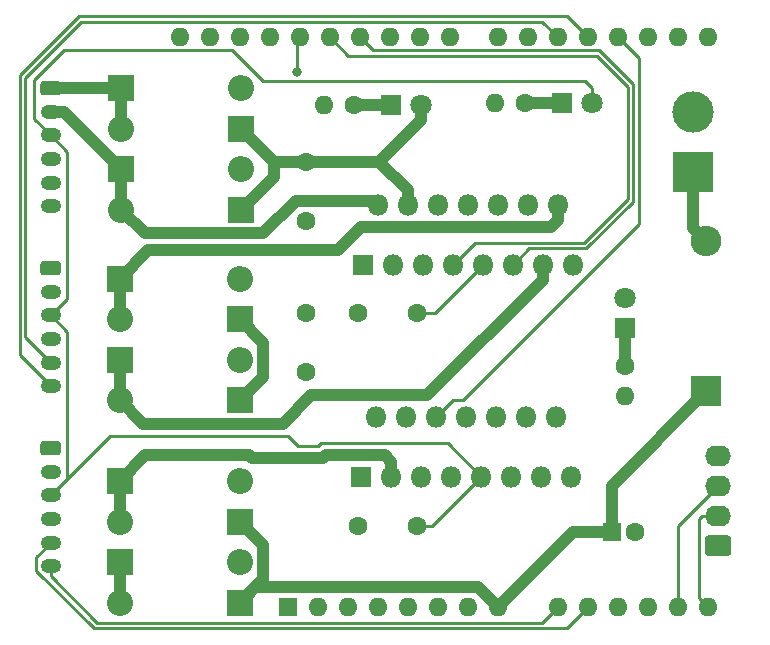
<source format=gbr>
G04 #@! TF.GenerationSoftware,KiCad,Pcbnew,5.1.6+dfsg1-1*
G04 #@! TF.CreationDate,2021-02-24T22:01:50+01:00*
G04 #@! TF.ProjectId,motor-control,6d6f746f-722d-4636-9f6e-74726f6c2e6b,rev?*
G04 #@! TF.SameCoordinates,Original*
G04 #@! TF.FileFunction,Copper,L1,Top*
G04 #@! TF.FilePolarity,Positive*
%FSLAX46Y46*%
G04 Gerber Fmt 4.6, Leading zero omitted, Abs format (unit mm)*
G04 Created by KiCad (PCBNEW 5.1.6+dfsg1-1) date 2021-02-24 22:01:50*
%MOMM*%
%LPD*%
G01*
G04 APERTURE LIST*
G04 #@! TA.AperFunction,ComponentPad*
%ADD10O,2.200000X2.200000*%
G04 #@! TD*
G04 #@! TA.AperFunction,ComponentPad*
%ADD11R,2.200000X2.200000*%
G04 #@! TD*
G04 #@! TA.AperFunction,ComponentPad*
%ADD12O,1.600000X1.600000*%
G04 #@! TD*
G04 #@! TA.AperFunction,ComponentPad*
%ADD13R,1.600000X1.600000*%
G04 #@! TD*
G04 #@! TA.AperFunction,ComponentPad*
%ADD14C,1.600000*%
G04 #@! TD*
G04 #@! TA.AperFunction,ComponentPad*
%ADD15R,2.600000X2.600000*%
G04 #@! TD*
G04 #@! TA.AperFunction,ComponentPad*
%ADD16O,2.600000X2.600000*%
G04 #@! TD*
G04 #@! TA.AperFunction,ComponentPad*
%ADD17R,1.800000X1.800000*%
G04 #@! TD*
G04 #@! TA.AperFunction,ComponentPad*
%ADD18C,1.800000*%
G04 #@! TD*
G04 #@! TA.AperFunction,ComponentPad*
%ADD19R,3.500120X3.500120*%
G04 #@! TD*
G04 #@! TA.AperFunction,ComponentPad*
%ADD20C,3.500120*%
G04 #@! TD*
G04 #@! TA.AperFunction,ComponentPad*
%ADD21O,2.200000X1.740000*%
G04 #@! TD*
G04 #@! TA.AperFunction,ComponentPad*
%ADD22O,1.750000X1.200000*%
G04 #@! TD*
G04 #@! TA.AperFunction,ComponentPad*
%ADD23O,1.800000X1.800000*%
G04 #@! TD*
G04 #@! TA.AperFunction,ViaPad*
%ADD24C,0.800000*%
G04 #@! TD*
G04 #@! TA.AperFunction,Conductor*
%ADD25C,0.250000*%
G04 #@! TD*
G04 #@! TA.AperFunction,Conductor*
%ADD26C,1.000000*%
G04 #@! TD*
G04 APERTURE END LIST*
D10*
X179959000Y-58039000D03*
D11*
X190119000Y-58039000D03*
D12*
X184916000Y-50292000D03*
X187456000Y-50292000D03*
D13*
X194056000Y-98552000D03*
D12*
X224536000Y-50292000D03*
X196596000Y-98552000D03*
X221996000Y-50292000D03*
X199136000Y-98552000D03*
X219456000Y-50292000D03*
X201676000Y-98552000D03*
X216916000Y-50292000D03*
X204216000Y-98552000D03*
X214376000Y-50292000D03*
X206756000Y-98552000D03*
X211836000Y-50292000D03*
X209296000Y-98552000D03*
X207776000Y-50292000D03*
X211836000Y-98552000D03*
X205236000Y-50292000D03*
X216916000Y-98552000D03*
X202696000Y-50292000D03*
X219456000Y-98552000D03*
X200156000Y-50292000D03*
X221996000Y-98552000D03*
X197616000Y-50292000D03*
X224536000Y-98552000D03*
X195076000Y-50292000D03*
X227076000Y-98552000D03*
X192536000Y-50292000D03*
X229616000Y-98552000D03*
X189996000Y-50292000D03*
X229616000Y-50292000D03*
X227076000Y-50292000D03*
D13*
X221488000Y-92202000D03*
D14*
X223488000Y-92202000D03*
X195580000Y-73613000D03*
X195580000Y-78613000D03*
X195580000Y-65833000D03*
X195580000Y-60833000D03*
X204978000Y-91694000D03*
X199978000Y-91694000D03*
X204978000Y-73660000D03*
X199978000Y-73660000D03*
D15*
X229489000Y-80264000D03*
D16*
X229489000Y-67564000D03*
D17*
X222631000Y-74930000D03*
D18*
X222631000Y-72390000D03*
X205359000Y-56007000D03*
D17*
X202819000Y-56007000D03*
X217297000Y-55880000D03*
D18*
X219837000Y-55880000D03*
D19*
X228346000Y-61722000D03*
D20*
X228346000Y-56642000D03*
G04 #@! TA.AperFunction,ComponentPad*
G36*
G01*
X231355001Y-94215000D02*
X229654999Y-94215000D01*
G75*
G02*
X229405000Y-93965001I0J249999D01*
G01*
X229405000Y-92724999D01*
G75*
G02*
X229654999Y-92475000I249999J0D01*
G01*
X231355001Y-92475000D01*
G75*
G02*
X231605000Y-92724999I0J-249999D01*
G01*
X231605000Y-93965001D01*
G75*
G02*
X231355001Y-94215000I-249999J0D01*
G01*
G37*
G04 #@! TD.AperFunction*
D21*
X230505000Y-90805000D03*
X230505000Y-88265000D03*
X230505000Y-85725000D03*
G04 #@! TA.AperFunction,ComponentPad*
G36*
G01*
X173364999Y-54010000D02*
X174615001Y-54010000D01*
G75*
G02*
X174865000Y-54259999I0J-249999D01*
G01*
X174865000Y-54960001D01*
G75*
G02*
X174615001Y-55210000I-249999J0D01*
G01*
X173364999Y-55210000D01*
G75*
G02*
X173115000Y-54960001I0J249999D01*
G01*
X173115000Y-54259999D01*
G75*
G02*
X173364999Y-54010000I249999J0D01*
G01*
G37*
G04 #@! TD.AperFunction*
D22*
X173990000Y-56610000D03*
X173990000Y-58610000D03*
X173990000Y-60610000D03*
X173990000Y-62610000D03*
X173990000Y-64610000D03*
X173990000Y-79850000D03*
X173990000Y-77850000D03*
X173990000Y-75850000D03*
X173990000Y-73850000D03*
X173990000Y-71850000D03*
G04 #@! TA.AperFunction,ComponentPad*
G36*
G01*
X173364999Y-69250000D02*
X174615001Y-69250000D01*
G75*
G02*
X174865000Y-69499999I0J-249999D01*
G01*
X174865000Y-70200001D01*
G75*
G02*
X174615001Y-70450000I-249999J0D01*
G01*
X173364999Y-70450000D01*
G75*
G02*
X173115000Y-70200001I0J249999D01*
G01*
X173115000Y-69499999D01*
G75*
G02*
X173364999Y-69250000I249999J0D01*
G01*
G37*
G04 #@! TD.AperFunction*
G04 #@! TA.AperFunction,ComponentPad*
G36*
G01*
X173364999Y-84490000D02*
X174615001Y-84490000D01*
G75*
G02*
X174865000Y-84739999I0J-249999D01*
G01*
X174865000Y-85440001D01*
G75*
G02*
X174615001Y-85690000I-249999J0D01*
G01*
X173364999Y-85690000D01*
G75*
G02*
X173115000Y-85440001I0J249999D01*
G01*
X173115000Y-84739999D01*
G75*
G02*
X173364999Y-84490000I249999J0D01*
G01*
G37*
G04 #@! TD.AperFunction*
X173990000Y-87090000D03*
X173990000Y-89090000D03*
X173990000Y-91090000D03*
X173990000Y-93090000D03*
X173990000Y-95090000D03*
D17*
X200406000Y-69596000D03*
D23*
X201676000Y-64516000D03*
X202946000Y-69596000D03*
X204216000Y-64516000D03*
X205486000Y-69596000D03*
X206756000Y-64516000D03*
X208026000Y-69596000D03*
X209296000Y-64516000D03*
X210566000Y-69596000D03*
X211836000Y-64516000D03*
X213106000Y-69596000D03*
X214376000Y-64516000D03*
X215646000Y-69596000D03*
X216916000Y-64516000D03*
X218186000Y-69596000D03*
X218059000Y-87503000D03*
X216789000Y-82423000D03*
X215519000Y-87503000D03*
X214249000Y-82423000D03*
X212979000Y-87503000D03*
X211709000Y-82423000D03*
X210439000Y-87503000D03*
X209169000Y-82423000D03*
X207899000Y-87503000D03*
X206629000Y-82423000D03*
X205359000Y-87503000D03*
X204089000Y-82423000D03*
X202819000Y-87503000D03*
X201549000Y-82423000D03*
D17*
X200279000Y-87503000D03*
D11*
X190119000Y-64897000D03*
D10*
X179959000Y-64897000D03*
X190119000Y-61468000D03*
D11*
X179959000Y-61468000D03*
D10*
X179832000Y-98171000D03*
D11*
X189992000Y-98171000D03*
D10*
X189992000Y-94742000D03*
D11*
X179832000Y-94742000D03*
X179959000Y-54610000D03*
D10*
X190119000Y-54610000D03*
D11*
X189992000Y-91313000D03*
D10*
X179832000Y-91313000D03*
D11*
X179832000Y-87884000D03*
D10*
X189992000Y-87884000D03*
D11*
X189992000Y-81026000D03*
D10*
X179832000Y-81026000D03*
X189992000Y-77597000D03*
D11*
X179832000Y-77597000D03*
X189992000Y-74168000D03*
D10*
X179832000Y-74168000D03*
D11*
X179832000Y-70739000D03*
D10*
X189992000Y-70739000D03*
D14*
X222631000Y-78105000D03*
D12*
X222631000Y-80645000D03*
X197104000Y-56007000D03*
D14*
X199644000Y-56007000D03*
X214122000Y-55880000D03*
D12*
X211582000Y-55880000D03*
D24*
X194818000Y-53213000D03*
D25*
X228879990Y-97815990D02*
X229616000Y-98552000D01*
X228879990Y-91080010D02*
X228879990Y-97815990D01*
X229155000Y-90805000D02*
X228879990Y-91080010D01*
X230505000Y-90805000D02*
X229155000Y-90805000D01*
X227076000Y-91694000D02*
X227076000Y-98552000D01*
X230505000Y-88265000D02*
X227076000Y-91694000D01*
X194818000Y-50550000D02*
X195076000Y-50292000D01*
X194818000Y-53213000D02*
X194818000Y-50550000D01*
X199191011Y-51867011D02*
X197616000Y-50292000D01*
X220267601Y-51867011D02*
X199191011Y-51867011D01*
X222873980Y-64019020D02*
X222873980Y-54473390D01*
X222873980Y-54473390D02*
X220267601Y-51867011D01*
X219172011Y-67720989D02*
X222873980Y-64019020D01*
X209901011Y-67720989D02*
X219172011Y-67720989D01*
X208026000Y-69596000D02*
X209901011Y-67720989D01*
X206502000Y-73660000D02*
X204978000Y-73660000D01*
X210566000Y-69596000D02*
X206502000Y-73660000D01*
X206248000Y-91694000D02*
X210439000Y-87503000D01*
X204978000Y-91694000D02*
X206248000Y-91694000D01*
X175411344Y-72428656D02*
X173990000Y-73850000D01*
X175411344Y-60031344D02*
X175411344Y-72428656D01*
X173990000Y-58610000D02*
X175411344Y-60031344D01*
X175390010Y-75250010D02*
X173990000Y-73850000D01*
X175390010Y-87689990D02*
X175390010Y-75250010D01*
X173990000Y-89090000D02*
X175390010Y-87689990D01*
X173990000Y-89090000D02*
X179028989Y-84051011D01*
X194943999Y-84938001D02*
X196620999Y-84938001D01*
X194057009Y-84051011D02*
X194943999Y-84938001D01*
X179028989Y-84051011D02*
X194057009Y-84051011D01*
X207613990Y-84677990D02*
X210439000Y-87503000D01*
X196881010Y-84677990D02*
X207613990Y-84677990D01*
X196620999Y-84938001D02*
X196881010Y-84677990D01*
X172589990Y-57209990D02*
X173990000Y-58610000D01*
X172589990Y-53938978D02*
X172589990Y-57209990D01*
X175111967Y-51417001D02*
X172589990Y-53938978D01*
X189331003Y-51417001D02*
X175111967Y-51417001D01*
X191958012Y-54044010D02*
X189331003Y-51417001D01*
X219273802Y-54044010D02*
X191958012Y-54044010D01*
X219837000Y-54607208D02*
X219273802Y-54044010D01*
X219837000Y-55880000D02*
X219837000Y-54607208D01*
D26*
X191992001Y-76168001D02*
X189992000Y-74168000D01*
X191992001Y-79025999D02*
X191992001Y-76168001D01*
X189992000Y-81026000D02*
X191992001Y-79025999D01*
X191992001Y-93313001D02*
X189992000Y-91313000D01*
X191992001Y-96170999D02*
X191992001Y-93313001D01*
X189992000Y-98171000D02*
X191992001Y-96170999D01*
X190395001Y-80622999D02*
X189992000Y-81026000D01*
X201805792Y-60833000D02*
X195580000Y-60833000D01*
X204216000Y-63243208D02*
X201805792Y-60833000D01*
X192913000Y-60833000D02*
X190119000Y-58039000D01*
X195580000Y-60833000D02*
X192913000Y-60833000D01*
X192913000Y-62103000D02*
X192913000Y-60833000D01*
X190119000Y-64897000D02*
X192913000Y-62103000D01*
X211836000Y-98552000D02*
X211812002Y-98552000D01*
X218186000Y-92202000D02*
X221488000Y-92202000D01*
X211836000Y-98552000D02*
X218186000Y-92202000D01*
X221488000Y-88265000D02*
X229489000Y-80264000D01*
X221488000Y-92202000D02*
X221488000Y-88265000D01*
X191311001Y-96851999D02*
X189992000Y-98171000D01*
X210135999Y-96851999D02*
X191311001Y-96851999D01*
X211836000Y-98552000D02*
X210135999Y-96851999D01*
X204216000Y-63243208D02*
X204216000Y-64516000D01*
X205359000Y-57279792D02*
X201805792Y-60833000D01*
X205359000Y-56007000D02*
X205359000Y-57279792D01*
D25*
X176398601Y-48516988D02*
X217680989Y-48516989D01*
X173990000Y-79850000D02*
X171380989Y-77240989D01*
X171380989Y-77240989D02*
X171380989Y-53534600D01*
X171380989Y-53534600D02*
X176398601Y-48516988D01*
X217680989Y-48516989D02*
X219456000Y-50292000D01*
X215590999Y-48966999D02*
X216916000Y-50292000D01*
X171831000Y-53721000D02*
X176585001Y-48966999D01*
X171831000Y-75691000D02*
X171831000Y-53721000D01*
X173990000Y-77850000D02*
X171831000Y-75691000D01*
X176585001Y-48966999D02*
X215590999Y-48966999D01*
X215590999Y-99877001D02*
X216916000Y-98552000D01*
X177927001Y-99877001D02*
X215590999Y-99877001D01*
X173990000Y-95940000D02*
X177927001Y-99877001D01*
X173990000Y-95090000D02*
X173990000Y-95940000D01*
X217680989Y-100327011D02*
X219456000Y-98552000D01*
X177643850Y-100327011D02*
X217680989Y-100327011D01*
X172789990Y-95473151D02*
X177643850Y-100327011D01*
X172789990Y-94290010D02*
X172789990Y-95473151D01*
X173990000Y-93090000D02*
X172789990Y-94290010D01*
D26*
X228346000Y-66421000D02*
X229489000Y-67564000D01*
X228346000Y-61722000D02*
X228346000Y-66421000D01*
X222631000Y-74930000D02*
X222631000Y-78105000D01*
X202819000Y-56007000D02*
X199644000Y-56007000D01*
X217297000Y-55880000D02*
X214122000Y-55880000D01*
D25*
X223774000Y-52070000D02*
X221996000Y-50292000D01*
X223774000Y-66117002D02*
X223774000Y-52070000D01*
X208893003Y-80997999D02*
X223774000Y-66117002D01*
X208054001Y-80997999D02*
X208893003Y-80997999D01*
X206629000Y-82423000D02*
X208054001Y-80997999D01*
X201281001Y-51417001D02*
X200156000Y-50292000D01*
X220454001Y-51417001D02*
X201281001Y-51417001D01*
X223323990Y-54286990D02*
X220454001Y-51417001D01*
X223323990Y-64205420D02*
X223323990Y-54286990D01*
X214531001Y-68170999D02*
X219358411Y-68170999D01*
X219358411Y-68170999D02*
X223323990Y-64205420D01*
X213106000Y-69596000D02*
X214531001Y-68170999D01*
D26*
X179959000Y-64897000D02*
X179959000Y-61468000D01*
X179959000Y-64897000D02*
X181959001Y-66897001D01*
X175101000Y-56610000D02*
X173990000Y-56610000D01*
X179959000Y-61468000D02*
X175101000Y-56610000D01*
X194763999Y-64132999D02*
X201292999Y-64132999D01*
X191999997Y-66897001D02*
X194763999Y-64132999D01*
X201292999Y-64132999D02*
X201676000Y-64516000D01*
X181959001Y-66897001D02*
X191999997Y-66897001D01*
X179832000Y-98171000D02*
X179832000Y-94742000D01*
X179959000Y-58039000D02*
X179959000Y-54610000D01*
X179959000Y-54610000D02*
X173990000Y-54610000D01*
X179832000Y-91313000D02*
X179832000Y-87884000D01*
X179705000Y-88011000D02*
X179832000Y-87884000D01*
X202819000Y-86230208D02*
X202819000Y-87503000D01*
X202291791Y-85702999D02*
X202819000Y-86230208D01*
X179832000Y-87884000D02*
X182013001Y-85702999D01*
X190771001Y-85702999D02*
X182013001Y-85702999D01*
X197045572Y-85963011D02*
X191031013Y-85963011D01*
X197305584Y-85702999D02*
X197045572Y-85963011D01*
X191031013Y-85963011D02*
X190771001Y-85702999D01*
X202291791Y-85702999D02*
X197305584Y-85702999D01*
X179832000Y-81026000D02*
X179832000Y-77597000D01*
X179832000Y-77295666D02*
X179832000Y-77597000D01*
X173990000Y-71850000D02*
X174386334Y-71850000D01*
X215646000Y-70868792D02*
X215646000Y-69596000D01*
X205891793Y-80622999D02*
X215646000Y-70868792D01*
X196053999Y-80622999D02*
X205891793Y-80622999D01*
X193650997Y-83026001D02*
X196053999Y-80622999D01*
X181832001Y-83026001D02*
X193650997Y-83026001D01*
X179832000Y-81026000D02*
X181832001Y-83026001D01*
X179832000Y-74168000D02*
X179832000Y-70739000D01*
X179705000Y-70866000D02*
X179832000Y-70739000D01*
X200239020Y-66342978D02*
X216361814Y-66342978D01*
X179832000Y-70739000D02*
X182273989Y-68297011D01*
X182273989Y-68297011D02*
X198284987Y-68297011D01*
X198284987Y-68297011D02*
X200239020Y-66342978D01*
X216916000Y-65788792D02*
X216916000Y-64516000D01*
X216361814Y-66342978D02*
X216916000Y-65788792D01*
X216916000Y-64640002D02*
X216916000Y-64516000D01*
M02*

</source>
